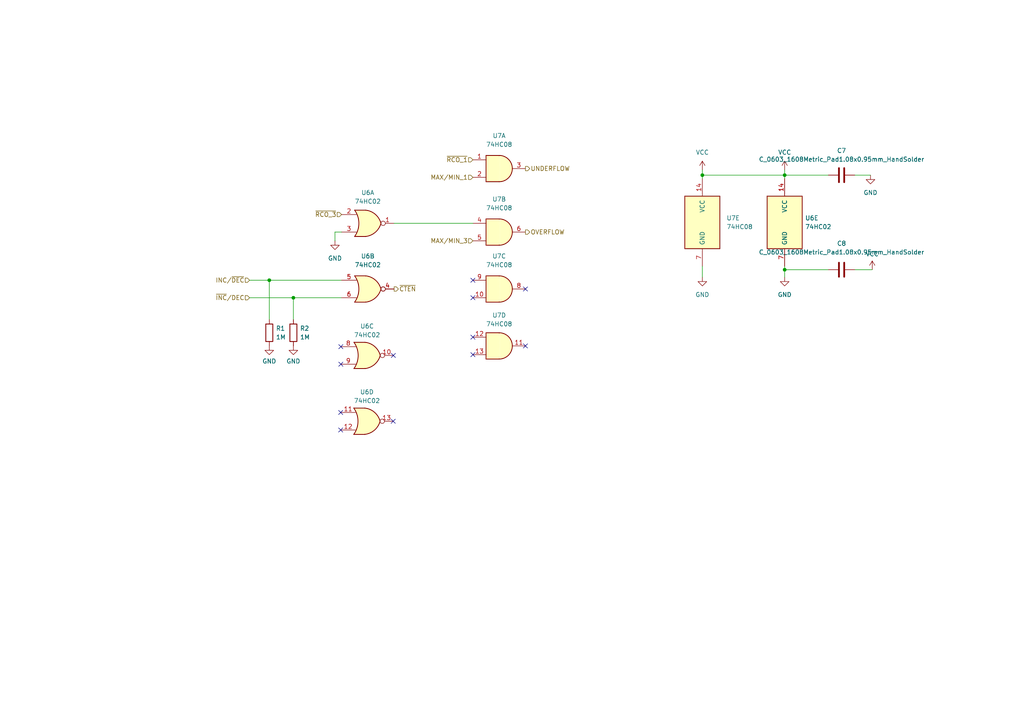
<source format=kicad_sch>
(kicad_sch (version 20211123) (generator eeschema)
  (paper "A4")
  (title_block (title "12 Bit CPU board") (date "2023-04-16") (rev "0.0") (company "The O Town Garage"))
  (lib_symbols
    (symbol "74xx:74HC02" (pin_names (offset 1.016))
      (property "Reference" "U" (at 0 1.27 0))
      (property "Value" "74HC02" (at 0 -1.27 0))
      (symbol "74HC02_1_1"
        (arc (start -3.81 -3.81) (mid -2.589 0) (end -3.81 3.81) (stroke (width 0.254)))
        (arc (start -0.6096 -3.81) (mid 2.1842 -2.5851) (end 3.81 0) (stroke (width 0.254)) (fill (type background)))
        (polyline (pts (xy -3.81 -3.81) (xy -0.635 -3.81)) (stroke (width 0.254)) (fill (type background)))
        (polyline (pts (xy -3.81 3.81) (xy -0.635 3.81)) (stroke (width 0.254)) (fill (type background)))
        (polyline (pts (xy -0.635 3.81) (xy -3.81 3.81) (xy -3.81 3.81) (xy -3.556 3.4036) (xy -3.0226 2.2606) (xy -2.6924 1.0414) (xy -2.6162 -0.254) (xy -2.7686 -1.4986) (xy -3.175 -2.7178) (xy -3.81 -3.81) (xy -3.81 -3.81) (xy -0.635 -3.81)) (stroke (width -25.4)) (fill (type background)))
        (arc (start 3.81 0) (mid 2.1915 2.5936) (end -0.6096 3.81) (stroke (width 0.254)) (fill (type background)))
        (pin output inverted (at 7.62 0 180) (length 3.81) (name "~") (number "1"))
        (pin input line (at -7.62 2.54 0) (length 4.318) (name "~") (number "2"))
        (pin input line (at -7.62 -2.54 0) (length 4.318) (name "~") (number "3"))
      )
      (symbol "74HC02_1_2"
        (arc (start 0 -3.81) (mid 3.81 0) (end 0 3.81) (stroke (width 0.254)) (fill (type background)))
        (polyline (pts (xy 0 3.81) (xy -3.81 3.81) (xy -3.81 -3.81) (xy 0 -3.81)) (stroke (width 0.254)) (fill (type background)))
        (pin output line (at 7.62 0 180) (length 3.81) (name "~") (number "1"))
        (pin input inverted (at -7.62 2.54 0) (length 3.81) (name "~") (number "2"))
        (pin input inverted (at -7.62 -2.54 0) (length 3.81) (name "~") (number "3"))
      )
      (symbol "74HC02_2_1"
        (arc (start -3.81 -3.81) (mid -2.589 0) (end -3.81 3.81) (stroke (width 0.254)))
        (arc (start -0.6096 -3.81) (mid 2.1842 -2.5851) (end 3.81 0) (stroke (width 0.254)) (fill (type background)))
        (polyline (pts (xy -3.81 -3.81) (xy -0.635 -3.81)) (stroke (width 0.254)) (fill (type background)))
        (polyline (pts (xy -3.81 3.81) (xy -0.635 3.81)) (stroke (width 0.254)) (fill (type background)))
        (polyline (pts (xy -0.635 3.81) (xy -3.81 3.81) (xy -3.81 3.81) (xy -3.556 3.4036) (xy -3.0226 2.2606) (xy -2.6924 1.0414) (xy -2.6162 -0.254) (xy -2.7686 -1.4986) (xy -3.175 -2.7178) (xy -3.81 -3.81) (xy -3.81 -3.81) (xy -0.635 -3.81)) (stroke (width -25.4)) (fill (type background)))
        (arc (start 3.81 0) (mid 2.1915 2.5936) (end -0.6096 3.81) (stroke (width 0.254)) (fill (type background)))
        (pin output inverted (at 7.62 0 180) (length 3.81) (name "~") (number "4"))
        (pin input line (at -7.62 2.54 0) (length 4.318) (name "~") (number "5"))
        (pin input line (at -7.62 -2.54 0) (length 4.318) (name "~") (number "6"))
      )
      (symbol "74HC02_2_2"
        (arc (start 0 -3.81) (mid 3.81 0) (end 0 3.81) (stroke (width 0.254)) (fill (type background)))
        (polyline (pts (xy 0 3.81) (xy -3.81 3.81) (xy -3.81 -3.81) (xy 0 -3.81)) (stroke (width 0.254)) (fill (type background)))
        (pin output line (at 7.62 0 180) (length 3.81) (name "~") (number "4"))
        (pin input inverted (at -7.62 2.54 0) (length 3.81) (name "~") (number "5"))
        (pin input inverted (at -7.62 -2.54 0) (length 3.81) (name "~") (number "6"))
      )
      (symbol "74HC02_3_1"
        (arc (start -3.81 -3.81) (mid -2.589 0) (end -3.81 3.81) (stroke (width 0.254)))
        (arc (start -0.6096 -3.81) (mid 2.1842 -2.5851) (end 3.81 0) (stroke (width 0.254)) (fill (type background)))
        (polyline (pts (xy -3.81 -3.81) (xy -0.635 -3.81)) (stroke (width 0.254)) (fill (type background)))
        (polyline (pts (xy -3.81 3.81) (xy -0.635 3.81)) (stroke (width 0.254)) (fill (type background)))
        (polyline (pts (xy -0.635 3.81) (xy -3.81 3.81) (xy -3.81 3.81) (xy -3.556 3.4036) (xy -3.0226 2.2606) (xy -2.6924 1.0414) (xy -2.6162 -0.254) (xy -2.7686 -1.4986) (xy -3.175 -2.7178) (xy -3.81 -3.81) (xy -3.81 -3.81) (xy -0.635 -3.81)) (stroke (width -25.4)) (fill (type background)))
        (arc (start 3.81 0) (mid 2.1915 2.5936) (end -0.6096 3.81) (stroke (width 0.254)) (fill (type background)))
        (pin output inverted (at 7.62 0 180) (length 3.81) (name "~") (number "10"))
        (pin input line (at -7.62 2.54 0) (length 4.318) (name "~") (number "8"))
        (pin input line (at -7.62 -2.54 0) (length 4.318) (name "~") (number "9"))
      )
      (symbol "74HC02_3_2"
        (arc (start 0 -3.81) (mid 3.81 0) (end 0 3.81) (stroke (width 0.254)) (fill (type background)))
        (polyline (pts (xy 0 3.81) (xy -3.81 3.81) (xy -3.81 -3.81) (xy 0 -3.81)) (stroke (width 0.254)) (fill (type background)))
        (pin output line (at 7.62 0 180) (length 3.81) (name "~") (number "10"))
        (pin input inverted (at -7.62 2.54 0) (length 3.81) (name "~") (number "8"))
        (pin input inverted (at -7.62 -2.54 0) (length 3.81) (name "~") (number "9"))
      )
      (symbol "74HC02_4_1"
        (arc (start -3.81 -3.81) (mid -2.589 0) (end -3.81 3.81) (stroke (width 0.254)))
        (arc (start -0.6096 -3.81) (mid 2.1842 -2.5851) (end 3.81 0) (stroke (width 0.254)) (fill (type background)))
        (polyline (pts (xy -3.81 -3.81) (xy -0.635 -3.81)) (stroke (width 0.254)) (fill (type background)))
        (polyline (pts (xy -3.81 3.81) (xy -0.635 3.81)) (stroke (width 0.254)) (fill (type background)))
        (polyline (pts (xy -0.635 3.81) (xy -3.81 3.81) (xy -3.81 3.81) (xy -3.556 3.4036) (xy -3.0226 2.2606) (xy -2.6924 1.0414) (xy -2.6162 -0.254) (xy -2.7686 -1.4986) (xy -3.175 -2.7178) (xy -3.81 -3.81) (xy -3.81 -3.81) (xy -0.635 -3.81)) (stroke (width -25.4)) (fill (type background)))
        (arc (start 3.81 0) (mid 2.1915 2.5936) (end -0.6096 3.81) (stroke (width 0.254)) (fill (type background)))
        (pin input line (at -7.62 2.54 0) (length 4.318) (name "~") (number "11"))
        (pin input line (at -7.62 -2.54 0) (length 4.318) (name "~") (number "12"))
        (pin output inverted (at 7.62 0 180) (length 3.81) (name "~") (number "13"))
      )
      (symbol "74HC02_4_2"
        (arc (start 0 -3.81) (mid 3.81 0) (end 0 3.81) (stroke (width 0.254)) (fill (type background)))
        (polyline (pts (xy 0 3.81) (xy -3.81 3.81) (xy -3.81 -3.81) (xy 0 -3.81)) (stroke (width 0.254)) (fill (type background)))
        (pin input inverted (at -7.62 2.54 0) (length 3.81) (name "~") (number "11"))
        (pin input inverted (at -7.62 -2.54 0) (length 3.81) (name "~") (number "12"))
        (pin output line (at 7.62 0 180) (length 3.81) (name "~") (number "13"))
      )
      (symbol "74HC02_5_0"
        (pin power_in line (at 0 12.7 270) (length 5.08) (name "VCC") (number "14"))
        (pin power_in line (at 0 -12.7 90) (length 5.08) (name "GND") (number "7"))
      )
      (symbol "74HC02_5_1"
        (rectangle (start -5.08 7.62) (end 5.08 -7.62) (stroke (width 0.254)) (fill (type background)))
      )
    )
    (symbol "74xx:74HC08" (pin_names (offset 1.016))
      (property "Reference" "U" (at 0 1.27 0))
      (property "Value" "74HC08" (at 0 -1.27 0))
      (symbol "74HC08_1_1"
        (arc (start 0 -3.81) (mid 3.81 0) (end 0 3.81) (stroke (width 0.254)) (fill (type background)))
        (polyline (pts (xy 0 3.81) (xy -3.81 3.81) (xy -3.81 -3.81) (xy 0 -3.81)) (stroke (width 0.254)) (fill (type background)))
        (pin input line (at -7.62 2.54 0) (length 3.81) (name "~") (number "1"))
        (pin input line (at -7.62 -2.54 0) (length 3.81) (name "~") (number "2"))
        (pin output line (at 7.62 0 180) (length 3.81) (name "~") (number "3"))
      )
      (symbol "74HC08_1_2"
        (arc (start -3.81 -3.81) (mid -2.589 0) (end -3.81 3.81) (stroke (width 0.254)))
        (arc (start -0.6096 -3.81) (mid 2.1842 -2.5851) (end 3.81 0) (stroke (width 0.254)) (fill (type background)))
        (polyline (pts (xy -3.81 -3.81) (xy -0.635 -3.81)) (stroke (width 0.254)) (fill (type background)))
        (polyline (pts (xy -3.81 3.81) (xy -0.635 3.81)) (stroke (width 0.254)) (fill (type background)))
        (polyline (pts (xy -0.635 3.81) (xy -3.81 3.81) (xy -3.81 3.81) (xy -3.556 3.4036) (xy -3.0226 2.2606) (xy -2.6924 1.0414) (xy -2.6162 -0.254) (xy -2.7686 -1.4986) (xy -3.175 -2.7178) (xy -3.81 -3.81) (xy -3.81 -3.81) (xy -0.635 -3.81)) (stroke (width -25.4)) (fill (type background)))
        (arc (start 3.81 0) (mid 2.1915 2.5936) (end -0.6096 3.81) (stroke (width 0.254)) (fill (type background)))
        (pin input inverted (at -7.62 2.54 0) (length 4.318) (name "~") (number "1"))
        (pin input inverted (at -7.62 -2.54 0) (length 4.318) (name "~") (number "2"))
        (pin output inverted (at 7.62 0 180) (length 3.81) (name "~") (number "3"))
      )
      (symbol "74HC08_2_1"
        (arc (start 0 -3.81) (mid 3.81 0) (end 0 3.81) (stroke (width 0.254)) (fill (type background)))
        (polyline (pts (xy 0 3.81) (xy -3.81 3.81) (xy -3.81 -3.81) (xy 0 -3.81)) (stroke (width 0.254)) (fill (type background)))
        (pin input line (at -7.62 2.54 0) (length 3.81) (name "~") (number "4"))
        (pin input line (at -7.62 -2.54 0) (length 3.81) (name "~") (number "5"))
        (pin output line (at 7.62 0 180) (length 3.81) (name "~") (number "6"))
      )
      (symbol "74HC08_2_2"
        (arc (start -3.81 -3.81) (mid -2.589 0) (end -3.81 3.81) (stroke (width 0.254)))
        (arc (start -0.6096 -3.81) (mid 2.1842 -2.5851) (end 3.81 0) (stroke (width 0.254)) (fill (type background)))
        (polyline (pts (xy -3.81 -3.81) (xy -0.635 -3.81)) (stroke (width 0.254)) (fill (type background)))
        (polyline (pts (xy -3.81 3.81) (xy -0.635 3.81)) (stroke (width 0.254)) (fill (type background)))
        (polyline (pts (xy -0.635 3.81) (xy -3.81 3.81) (xy -3.81 3.81) (xy -3.556 3.4036) (xy -3.0226 2.2606) (xy -2.6924 1.0414) (xy -2.6162 -0.254) (xy -2.7686 -1.4986) (xy -3.175 -2.7178) (xy -3.81 -3.81) (xy -3.81 -3.81) (xy -0.635 -3.81)) (stroke (width -25.4)) (fill (type background)))
        (arc (start 3.81 0) (mid 2.1915 2.5936) (end -0.6096 3.81) (stroke (width 0.254)) (fill (type background)))
        (pin input inverted (at -7.62 2.54 0) (length 4.318) (name "~") (number "4"))
        (pin input inverted (at -7.62 -2.54 0) (length 4.318) (name "~") (number "5"))
        (pin output inverted (at 7.62 0 180) (length 3.81) (name "~") (number "6"))
      )
      (symbol "74HC08_3_1"
        (arc (start 0 -3.81) (mid 3.81 0) (end 0 3.81) (stroke (width 0.254)) (fill (type background)))
        (polyline (pts (xy 0 3.81) (xy -3.81 3.81) (xy -3.81 -3.81) (xy 0 -3.81)) (stroke (width 0.254)) (fill (type background)))
        (pin input line (at -7.62 -2.54 0) (length 3.81) (name "~") (number "10"))
        (pin output line (at 7.62 0 180) (length 3.81) (name "~") (number "8"))
        (pin input line (at -7.62 2.54 0) (length 3.81) (name "~") (number "9"))
      )
      (symbol "74HC08_3_2"
        (arc (start -3.81 -3.81) (mid -2.589 0) (end -3.81 3.81) (stroke (width 0.254)))
        (arc (start -0.6096 -3.81) (mid 2.1842 -2.5851) (end 3.81 0) (stroke (width 0.254)) (fill (type background)))
        (polyline (pts (xy -3.81 -3.81) (xy -0.635 -3.81)) (stroke (width 0.254)) (fill (type background)))
        (polyline (pts (xy -3.81 3.81) (xy -0.635 3.81)) (stroke (width 0.254)) (fill (type background)))
        (polyline (pts (xy -0.635 3.81) (xy -3.81 3.81) (xy -3.81 3.81) (xy -3.556 3.4036) (xy -3.0226 2.2606) (xy -2.6924 1.0414) (xy -2.6162 -0.254) (xy -2.7686 -1.4986) (xy -3.175 -2.7178) (xy -3.81 -3.81) (xy -3.81 -3.81) (xy -0.635 -3.81)) (stroke (width -25.4)) (fill (type background)))
        (arc (start 3.81 0) (mid 2.1915 2.5936) (end -0.6096 3.81) (stroke (width 0.254)) (fill (type background)))
        (pin input inverted (at -7.62 -2.54 0) (length 4.318) (name "~") (number "10"))
        (pin output inverted (at 7.62 0 180) (length 3.81) (name "~") (number "8"))
        (pin input inverted (at -7.62 2.54 0) (length 4.318) (name "~") (number "9"))
      )
      (symbol "74HC08_4_1"
        (arc (start 0 -3.81) (mid 3.81 0) (end 0 3.81) (stroke (width 0.254)) (fill (type background)))
        (polyline (pts (xy 0 3.81) (xy -3.81 3.81) (xy -3.81 -3.81) (xy 0 -3.81)) (stroke (width 0.254)) (fill (type background)))
        (pin output line (at 7.62 0 180) (length 3.81) (name "~") (number "11"))
        (pin input line (at -7.62 2.54 0) (length 3.81) (name "~") (number "12"))
        (pin input line (at -7.62 -2.54 0) (length 3.81) (name "~") (number "13"))
      )
      (symbol "74HC08_4_2"
        (arc (start -3.81 -3.81) (mid -2.589 0) (end -3.81 3.81) (stroke (width 0.254)))
        (arc (start -0.6096 -3.81) (mid 2.1842 -2.5851) (end 3.81 0) (stroke (width 0.254)) (fill (type background)))
        (polyline (pts (xy -3.81 -3.81) (xy -0.635 -3.81)) (stroke (width 0.254)) (fill (type background)))
        (polyline (pts (xy -3.81 3.81) (xy -0.635 3.81)) (stroke (width 0.254)) (fill (type background)))
        (polyline (pts (xy -0.635 3.81) (xy -3.81 3.81) (xy -3.81 3.81) (xy -3.556 3.4036) (xy -3.0226 2.2606) (xy -2.6924 1.0414) (xy -2.6162 -0.254) (xy -2.7686 -1.4986) (xy -3.175 -2.7178) (xy -3.81 -3.81) (xy -3.81 -3.81) (xy -0.635 -3.81)) (stroke (width -25.4)) (fill (type background)))
        (arc (start 3.81 0) (mid 2.1915 2.5936) (end -0.6096 3.81) (stroke (width 0.254)) (fill (type background)))
        (pin output inverted (at 7.62 0 180) (length 3.81) (name "~") (number "11"))
        (pin input inverted (at -7.62 2.54 0) (length 4.318) (name "~") (number "12"))
        (pin input inverted (at -7.62 -2.54 0) (length 4.318) (name "~") (number "13"))
      )
      (symbol "74HC08_5_0"
        (pin power_in line (at 0 12.7 270) (length 5.08) (name "VCC") (number "14"))
        (pin power_in line (at 0 -12.7 90) (length 5.08) (name "GND") (number "7"))
      )
      (symbol "74HC08_5_1"
        (rectangle (start -5.08 7.62) (end 5.08 -7.62) (stroke (width 0.254)) (fill (type background)))
      )
    )
    (symbol "74xx:74LS08" (pin_names (offset 1.016))
      (property "Reference" "U" (at 0 1.27 0))
      (property "Value" "74LS08" (at 0 -1.27 0))
      (symbol "74LS08_1_1"
        (arc (start 0 -3.81) (mid 3.81 0) (end 0 3.81) (stroke (width 0.254)) (fill (type background)))
        (polyline (pts (xy 0 3.81) (xy -3.81 3.81) (xy -3.81 -3.81) (xy 0 -3.81)) (stroke (width 0.254)) (fill (type background)))
        (pin input line (at -7.62 2.54 0) (length 3.81) (name "~") (number "1"))
        (pin input line (at -7.62 -2.54 0) (length 3.81) (name "~") (number "2"))
        (pin output line (at 7.62 0 180) (length 3.81) (name "~") (number "3"))
      )
      (symbol "74LS08_1_2"
        (arc (start -3.81 -3.81) (mid -2.589 0) (end -3.81 3.81) (stroke (width 0.254)))
        (arc (start -0.6096 -3.81) (mid 2.1842 -2.5851) (end 3.81 0) (stroke (width 0.254)) (fill (type background)))
        (polyline (pts (xy -3.81 -3.81) (xy -0.635 -3.81)) (stroke (width 0.254)) (fill (type background)))
        (polyline (pts (xy -3.81 3.81) (xy -0.635 3.81)) (stroke (width 0.254)) (fill (type background)))
        (polyline (pts (xy -0.635 3.81) (xy -3.81 3.81) (xy -3.81 3.81) (xy -3.556 3.4036) (xy -3.0226 2.2606) (xy -2.6924 1.0414) (xy -2.6162 -0.254) (xy -2.7686 -1.4986) (xy -3.175 -2.7178) (xy -3.81 -3.81) (xy -3.81 -3.81) (xy -0.635 -3.81)) (stroke (width -25.4)) (fill (type background)))
        (arc (start 3.81 0) (mid 2.1915 2.5936) (end -0.6096 3.81) (stroke (width 0.254)) (fill (type background)))
        (pin input inverted (at -7.62 2.54 0) (length 4.318) (name "~") (number "1"))
        (pin input inverted (at -7.62 -2.54 0) (length 4.318) (name "~") (number "2"))
        (pin output inverted (at 7.62 0 180) (length 3.81) (name "~") (number "3"))
      )
      (symbol "74LS08_2_1"
        (arc (start 0 -3.81) (mid 3.81 0) (end 0 3.81) (stroke (width 0.254)) (fill (type background)))
        (polyline (pts (xy 0 3.81) (xy -3.81 3.81) (xy -3.81 -3.81) (xy 0 -3.81)) (stroke (width 0.254)) (fill (type background)))
        (pin input line (at -7.62 2.54 0) (length 3.81) (name "~") (number "4"))
        (pin input line (at -7.62 -2.54 0) (length 3.81) (name "~") (number "5"))
        (pin output line (at 7.62 0 180) (length 3.81) (name "~") (number "6"))
      )
      (symbol "74LS08_2_2"
        (arc (start -3.81 -3.81) (mid -2.589 0) (end -3.81 3.81) (stroke (width 0.254)))
        (arc (start -0.6096 -3.81) (mid 2.1842 -2.5851) (end 3.81 0) (stroke (width 0.254)) (fill (type background)))
        (polyline (pts (xy -3.81 -3.81) (xy -0.635 -3.81)) (stroke (width 0.254)) (fill (type background)))
        (polyline (pts (xy -3.81 3.81) (xy -0.635 3.81)) (stroke (width 0.254)) (fill (type background)))
        (polyline (pts (xy -0.635 3.81) (xy -3.81 3.81) (xy -3.81 3.81) (xy -3.556 3.4036) (xy -3.0226 2.2606) (xy -2.6924 1.0414) (xy -2.6162 -0.254) (xy -2.7686 -1.4986) (xy -3.175 -2.7178) (xy -3.81 -3.81) (xy -3.81 -3.81) (xy -0.635 -3.81)) (stroke (width -25.4)) (fill (type background)))
        (arc (start 3.81 0) (mid 2.1915 2.5936) (end -0.6096 3.81) (stroke (width 0.254)) (fill (type background)))
        (pin input inverted (at -7.62 2.54 0) (length 4.318) (name "~") (number "4"))
        (pin input inverted (at -7.62 -2.54 0) (length 4.318) (name "~") (number "5"))
        (pin output inverted (at 7.62 0 180) (length 3.81) (name "~") (number "6"))
      )
      (symbol "74LS08_3_1"
        (arc (start 0 -3.81) (mid 3.81 0) (end 0 3.81) (stroke (width 0.254)) (fill (type background)))
        (polyline (pts (xy 0 3.81) (xy -3.81 3.81) (xy -3.81 -3.81) (xy 0 -3.81)) (stroke (width 0.254)) (fill (type background)))
        (pin input line (at -7.62 -2.54 0) (length 3.81) (name "~") (number "10"))
        (pin output line (at 7.62 0 180) (length 3.81) (name "~") (number "8"))
        (pin input line (at -7.62 2.54 0) (length 3.81) (name "~") (number "9"))
      )
      (symbol "74LS08_3_2"
        (arc (start -3.81 -3.81) (mid -2.589 0) (end -3.81 3.81) (stroke (width 0.254)))
        (arc (start -0.6096 -3.81) (mid 2.1842 -2.5851) (end 3.81 0) (stroke (width 0.254)) (fill (type background)))
        (polyline (pts (xy -3.81 -3.81) (xy -0.635 -3.81)) (stroke (width 0.254)) (fill (type background)))
        (polyline (pts (xy -3.81 3.81) (xy -0.635 3.81)) (stroke (width 0.254)) (fill (type background)))
        (polyline (pts (xy -0.635 3.81) (xy -3.81 3.81) (xy -3.81 3.81) (xy -3.556 3.4036) (xy -3.0226 2.2606) (xy -2.6924 1.0414) (xy -2.6162 -0.254) (xy -2.7686 -1.4986) (xy -3.175 -2.7178) (xy -3.81 -3.81) (xy -3.81 -3.81) (xy -0.635 -3.81)) (stroke (width -25.4)) (fill (type background)))
        (arc (start 3.81 0) (mid 2.1915 2.5936) (end -0.6096 3.81) (stroke (width 0.254)) (fill (type background)))
        (pin input inverted (at -7.62 -2.54 0) (length 4.318) (name "~") (number "10"))
        (pin output inverted (at 7.62 0 180) (length 3.81) (name "~") (number "8"))
        (pin input inverted (at -7.62 2.54 0) (length 4.318) (name "~") (number "9"))
      )
      (symbol "74LS08_4_1"
        (arc (start 0 -3.81) (mid 3.81 0) (end 0 3.81) (stroke (width 0.254)) (fill (type background)))
        (polyline (pts (xy 0 3.81) (xy -3.81 3.81) (xy -3.81 -3.81) (xy 0 -3.81)) (stroke (width 0.254)) (fill (type background)))
        (pin output line (at 7.62 0 180) (length 3.81) (name "~") (number "11"))
        (pin input line (at -7.62 2.54 0) (length 3.81) (name "~") (number "12"))
        (pin input line (at -7.62 -2.54 0) (length 3.81) (name "~") (number "13"))
      )
      (symbol "74LS08_4_2"
        (arc (start -3.81 -3.81) (mid -2.589 0) (end -3.81 3.81) (stroke (width 0.254)))
        (arc (start -0.6096 -3.81) (mid 2.1842 -2.5851) (end 3.81 0) (stroke (width 0.254)) (fill (type background)))
        (polyline (pts (xy -3.81 -3.81) (xy -0.635 -3.81)) (stroke (width 0.254)) (fill (type background)))
        (polyline (pts (xy -3.81 3.81) (xy -0.635 3.81)) (stroke (width 0.254)) (fill (type background)))
        (polyline (pts (xy -0.635 3.81) (xy -3.81 3.81) (xy -3.81 3.81) (xy -3.556 3.4036) (xy -3.0226 2.2606) (xy -2.6924 1.0414) (xy -2.6162 -0.254) (xy -2.7686 -1.4986) (xy -3.175 -2.7178) (xy -3.81 -3.81) (xy -3.81 -3.81) (xy -0.635 -3.81)) (stroke (width -25.4)) (fill (type background)))
        (arc (start 3.81 0) (mid 2.1915 2.5936) (end -0.6096 3.81) (stroke (width 0.254)) (fill (type background)))
        (pin output inverted (at 7.62 0 180) (length 3.81) (name "~") (number "11"))
        (pin input inverted (at -7.62 2.54 0) (length 4.318) (name "~") (number "12"))
        (pin input inverted (at -7.62 -2.54 0) (length 4.318) (name "~") (number "13"))
      )
      (symbol "74LS08_5_0"
        (pin power_in line (at 0 12.7 270) (length 5.08) (name "VCC") (number "14"))
        (pin power_in line (at 0 -12.7 90) (length 5.08) (name "GND") (number "7"))
      )
      (symbol "74LS08_5_1"
        (rectangle (start -5.08 7.62) (end 5.08 -7.62) (stroke (width 0.254)) (fill (type background)))
      )
    )
    (symbol "Device:C" (pin_numbers hide) (pin_names (offset 0.254))
      (property "Reference" "C" (at 0.635 2.54 0))
      (property "Value" "C" (at 0.635 -2.54 0))
      (symbol "C_0_1"
        (polyline (pts (xy -2.032 -0.762) (xy 2.032 -0.762)) (stroke (width 0.508)))
        (polyline (pts (xy -2.032 0.762) (xy 2.032 0.762)) (stroke (width 0.508)))
      )
      (symbol "C_1_1"
        (pin passive line (at 0 3.81 270) (length 2.794) (name "~") (number "1"))
        (pin passive line (at 0 -3.81 90) (length 2.794) (name "~") (number "2"))
      )
    )
    (symbol "Device:R" (pin_numbers hide) (pin_names (offset 0))
      (property "Reference" "R" (at 2.032 0 90))
      (property "Value" "R" (at 0 0 90))
      (symbol "R_0_1"
        (rectangle (start -1.016 -2.54) (end 1.016 2.54) (stroke (width 0.254)))
      )
      (symbol "R_1_1"
        (pin passive line (at 0 3.81 270) (length 1.27) (name "~") (number "1"))
        (pin passive line (at 0 -3.81 90) (length 1.27) (name "~") (number "2"))
      )
    )
    (symbol "power:GND" (power) (pin_names (offset 0))
      (property "Value" "GND" (at 0 -3.81 0))
      (symbol "GND_0_1"
        (polyline (pts (xy 0 0) (xy 0 -1.27) (xy 1.27 -1.27) (xy 0 -2.54) (xy -1.27 -1.27) (xy 0 -1.27)))
      )
      (symbol "GND_1_1"
        (pin power_in line (at 0 0 270) (length 0) hide (name "GND") (number "1"))
      )
    )
    (symbol "power:VCC" (power) (pin_names (offset 0))
      (property "Value" "VCC" (at 0 3.81 0))
      (symbol "VCC_0_1"
        (polyline (pts (xy -0.762 1.27) (xy 0 2.54)))
        (polyline (pts (xy 0 0) (xy 0 2.54)))
        (polyline (pts (xy 0 2.54) (xy 0.762 1.27)))
      )
      (symbol "VCC_1_1"
        (pin power_in line (at 0 0 90) (length 0) hide (name "VCC") (number "1"))
      )
    )
  )
  (junction (at 203.708 50.8))
  (junction (at 78.105 81.28))
  (junction (at 227.584 78.232))
  (junction (at 85.09 86.36))
  (junction (at 227.584 50.8))
  (no_connect (at 98.806 124.714))
  (no_connect (at 98.806 119.634))
  (no_connect (at 137.16 86.36))
  (no_connect (at 114.046 122.174))
  (no_connect (at 114.0957 103.0919))
  (no_connect (at 152.4 100.33))
  (no_connect (at 152.4 83.82))
  (no_connect (at 98.8557 105.6319))
  (no_connect (at 137.16 102.87))
  (no_connect (at 137.16 97.79))
  (no_connect (at 137.16 81.28))
  (no_connect (at 98.8557 100.5519))
  (wire (pts (xy 72.39 86.36) (xy 85.09 86.36)))
  (wire (pts (xy 227.584 49.276) (xy 227.584 50.8)))
  (wire (pts (xy 78.105 81.28) (xy 78.105 92.71)))
  (wire (pts (xy 227.584 50.8) (xy 227.584 51.816)))
  (wire (pts (xy 203.708 49.276) (xy 203.708 50.8)))
  (wire (pts (xy 247.904 78.232) (xy 252.984 78.232)))
  (wire (pts (xy 85.09 86.36) (xy 85.09 92.71)))
  (wire (pts (xy 227.584 50.8) (xy 240.284 50.8)))
  (wire (pts (xy 72.39 81.28) (xy 78.105 81.28)))
  (wire (pts (xy 203.708 77.216) (xy 203.708 80.391)))
  (wire (pts (xy 114.3 64.77) (xy 137.16 64.77)))
  (wire (pts (xy 85.09 86.36) (xy 99.06 86.36)))
  (wire (pts (xy 203.708 50.8) (xy 227.584 50.8)))
  (wire (pts (xy 203.708 50.8) (xy 203.708 51.816)))
  (wire (pts (xy 97.155 67.31) (xy 99.06 67.31)))
  (wire (pts (xy 97.155 67.31) (xy 97.155 69.85)))
  (wire (pts (xy 227.584 77.216) (xy 227.584 78.232)))
  (wire (pts (xy 227.584 78.232) (xy 240.284 78.232)))
  (wire (pts (xy 247.904 50.8) (xy 252.476 50.8)))
  (wire (pts (xy 227.584 78.232) (xy 227.584 80.391)))
  (wire (pts (xy 78.105 81.28) (xy 99.06 81.28)))
  (hierarchical_label "~{RCO_1}" (shape input) (at 137.16 46.355 180))
  (hierarchical_label "MAX{slash}MIN_1" (shape input) (at 137.16 51.435 180))
  (hierarchical_label "INC{slash}~{DEC}" (shape input) (at 72.39 81.28 180))
  (hierarchical_label "~{CTEN}" (shape output) (at 114.3 83.82 0))
  (hierarchical_label "~{INC}{slash}DEC" (shape input) (at 72.39 86.36 180))
  (hierarchical_label "MAX{slash}MIN_3" (shape input) (at 137.16 69.85 180))
  (hierarchical_label "~{RCO_3}" (shape input) (at 99.06 62.23 180))
  (hierarchical_label "OVERFLOW" (shape output) (at 152.4 67.31 0))
  (hierarchical_label "UNDERFLOW" (shape output) (at 152.4 48.895 0))
  (symbol (lib_id "74xx:74LS08") (at 203.708 64.516 0) (unit 5)
    (property "Reference" "U7" (at 210.693 63.2459 0) (effects (justify left)))
    (property "Value" "74HC08" (at 210.693 65.7859 0) (effects (justify left)))
    (property "Footprint" "Package_SO:SOIC-14_3.9x8.7mm_P1.27mm" (effects hide))
    (property "Datasheet" "http://www.ti.com/lit/gpn/sn74LS08" (effects hide))
  )
  (symbol (lib_id "power:VCC") (at 203.708 49.276 0) (unit 1)
    (property "Reference" "#PWR0120" (effects hide))
    (property "Value" "VCC" (at 203.708 44.196 0))
  )
  (symbol (lib_id "74xx:74HC02") (at 106.68 83.82 0) (unit 2)
    (property "Reference" "U6" (at 106.68 74.295 0))
    (property "Value" "74HC02" (at 106.68 76.835 0))
    (property "Footprint" "Package_SO:SOIC-14_3.9x8.7mm_P1.27mm" (effects hide))
    (property "Datasheet" "http://www.ti.com/lit/gpn/sn74hc02" (effects hide))
    (property "Component" "SN74HC02DR" (effects hide))
  )
  (symbol (lib_id "Device:C") (at 244.094 50.8 90) (unit 1)
    (property "Reference" "C7" (at 244.094 43.688 90))
    (property "Value" "C_0603_1608Metric_Pad1.08x0.95mm_HandSolder" (at 244.094 46.228 90))
    (property "Footprint" "Capacitor_SMD:C_0603_1608Metric_Pad1.08x0.95mm_HandSolder" (effects hide))
  )
  (symbol (lib_id "power:GND") (at 227.584 80.391 0) (unit 1)
    (property "Reference" "#PWR0122" (effects hide))
    (property "Value" "GND" (at 227.584 85.471 0))
  )
  (symbol (lib_id "74xx:74HC02") (at 227.584 64.516 0) (unit 5)
    (property "Reference" "U6" (at 233.5033 63.2459 0) (effects (justify left)))
    (property "Value" "74HC02" (at 233.5033 65.7859 0) (effects (justify left)))
    (property "Footprint" "Package_SO:SOIC-14_3.9x8.7mm_P1.27mm" (effects hide))
    (property "Datasheet" "http://www.ti.com/lit/gpn/sn74hc02" (effects hide))
    (property "Component" "SN74HC02DR" (effects hide))
  )
  (symbol (lib_id "power:GND") (at 78.105 100.33 0) (unit 1)
    (property "Reference" "#PWR0118" (effects hide))
    (property "Value" "GND" (at 78.105 104.775 0))
  )
  (symbol (lib_id "Device:C") (at 244.094 78.232 90) (unit 1)
    (property "Reference" "C8" (at 244.094 70.612 90))
    (property "Value" "C_0603_1608Metric_Pad1.08x0.95mm_HandSolder" (at 244.094 73.152 90))
    (property "Footprint" "Capacitor_SMD:C_0603_1608Metric_Pad1.08x0.95mm_HandSolder" (effects hide))
  )
  (symbol (lib_id "power:VCC") (at 252.984 78.232 0) (unit 1)
    (property "Reference" "#PWR05" (effects hide))
    (property "Value" "VCC" (at 252.984 73.66 0))
  )
  (symbol (lib_id "power:GND") (at 97.155 69.85 0) (unit 1)
    (property "Reference" "#PWR0115" (effects hide))
    (property "Value" "GND" (at 97.155 74.93 0))
  )
  (symbol (lib_id "74xx:74HC02") (at 106.426 122.174 0) (unit 4)
    (property "Reference" "U6" (at 106.426 113.6971 0))
    (property "Value" "74HC02" (at 106.426 116.2371 0))
    (property "Footprint" "Package_SO:SOIC-14_3.9x8.7mm_P1.27mm" (effects hide))
    (property "Datasheet" "http://www.ti.com/lit/gpn/sn74hc02" (effects hide))
    (property "Component" "SN74HC02DR" (effects hide))
  )
  (symbol (lib_id "74xx:74HC08") (at 144.78 48.895 0) (unit 1)
    (property "Reference" "U7" (at 144.78 39.37 0))
    (property "Value" "74HC08" (at 144.78 41.91 0))
    (property "Footprint" "Package_SO:SOIC-14_3.9x8.7mm_P1.27mm" (effects hide))
    (property "Datasheet" "http://www.ti.com/lit/gpn/sn74LS08" (effects hide))
  )
  (symbol (lib_id "power:GND") (at 85.09 100.33 0) (unit 1)
    (property "Reference" "#PWR0119" (effects hide))
    (property "Value" "GND" (at 85.09 104.775 0))
  )
  (symbol (lib_id "Device:R") (at 85.09 96.52 0) (unit 1)
    (property "Reference" "R2" (at 86.995 95.2499 0) (effects (justify left)))
    (property "Value" "1M" (at 86.995 97.7899 0) (effects (justify left)))
    (property "Footprint" "Resistor_SMD:R_1206_3216Metric_Pad1.30x1.75mm_HandSolder" (effects hide))
  )
  (symbol (lib_id "power:VCC") (at 227.584 49.276 0) (unit 1)
    (property "Reference" "#PWR0121" (effects hide))
    (property "Value" "VCC" (at 227.584 44.196 0))
  )
  (symbol (lib_id "power:GND") (at 252.476 50.8 0) (unit 1)
    (property "Reference" "#PWR04" (effects hide))
    (property "Value" "GND" (at 252.476 55.88 0))
  )
  (symbol (lib_id "74xx:74LS08") (at 144.78 83.82 0) (unit 3)
    (property "Reference" "U7" (at 144.78 74.295 0))
    (property "Value" "74HC08" (at 144.78 76.835 0))
    (property "Footprint" "Package_SO:SOIC-14_3.9x8.7mm_P1.27mm" (effects hide))
    (property "Datasheet" "http://www.ti.com/lit/gpn/sn74LS08" (effects hide))
  )
  (symbol (lib_id "74xx:74LS08") (at 144.78 100.33 0) (unit 4)
    (property "Reference" "U7" (at 144.78 91.44 0))
    (property "Value" "74HC08" (at 144.78 93.98 0))
    (property "Footprint" "Package_SO:SOIC-14_3.9x8.7mm_P1.27mm" (effects hide))
    (property "Datasheet" "http://www.ti.com/lit/gpn/sn74LS08" (effects hide))
  )
  (symbol (lib_id "74xx:74LS08") (at 144.78 67.31 0) (unit 2)
    (property "Reference" "U7" (at 144.78 57.785 0))
    (property "Value" "74HC08" (at 144.78 60.325 0))
    (property "Footprint" "Package_SO:SOIC-14_3.9x8.7mm_P1.27mm" (effects hide))
    (property "Datasheet" "http://www.ti.com/lit/gpn/sn74LS08" (effects hide))
  )
  (symbol (lib_id "power:GND") (at 203.708 80.391 0) (unit 1)
    (property "Reference" "#PWR0123" (effects hide))
    (property "Value" "GND" (at 203.708 85.471 0))
  )
  (symbol (lib_id "Device:R") (at 78.105 96.52 0) (unit 1)
    (property "Reference" "R1" (at 80.01 95.2499 0) (effects (justify left)))
    (property "Value" "1M" (at 80.01 97.7899 0) (effects (justify left)))
    (property "Footprint" "Resistor_SMD:R_1206_3216Metric_Pad1.30x1.75mm_HandSolder" (effects hide))
  )
  (symbol (lib_id "74xx:74HC02") (at 106.4757 103.0919 0) (unit 3)
    (property "Reference" "U6" (at 106.4757 94.615 0))
    (property "Value" "74HC02" (at 106.4757 97.155 0))
    (property "Footprint" "Package_SO:SOIC-14_3.9x8.7mm_P1.27mm" (effects hide))
    (property "Datasheet" "http://www.ti.com/lit/gpn/sn74hc02" (effects hide))
    (property "Component" "SN74HC02DR" (effects hide))
  )
  (symbol (lib_id "74xx:74HC02") (at 106.68 64.77 0) (unit 1)
    (property "Reference" "U6" (at 106.68 55.88 0))
    (property "Value" "74HC02" (at 106.68 58.42 0))
    (property "Footprint" "Package_SO:SOIC-14_3.9x8.7mm_P1.27mm" (effects hide))
    (property "Datasheet" "http://www.ti.com/lit/gpn/sn74hc02" (effects hide))
    (property "Component" "SN74HC02DR" (effects hide))
  )
)
</source>
